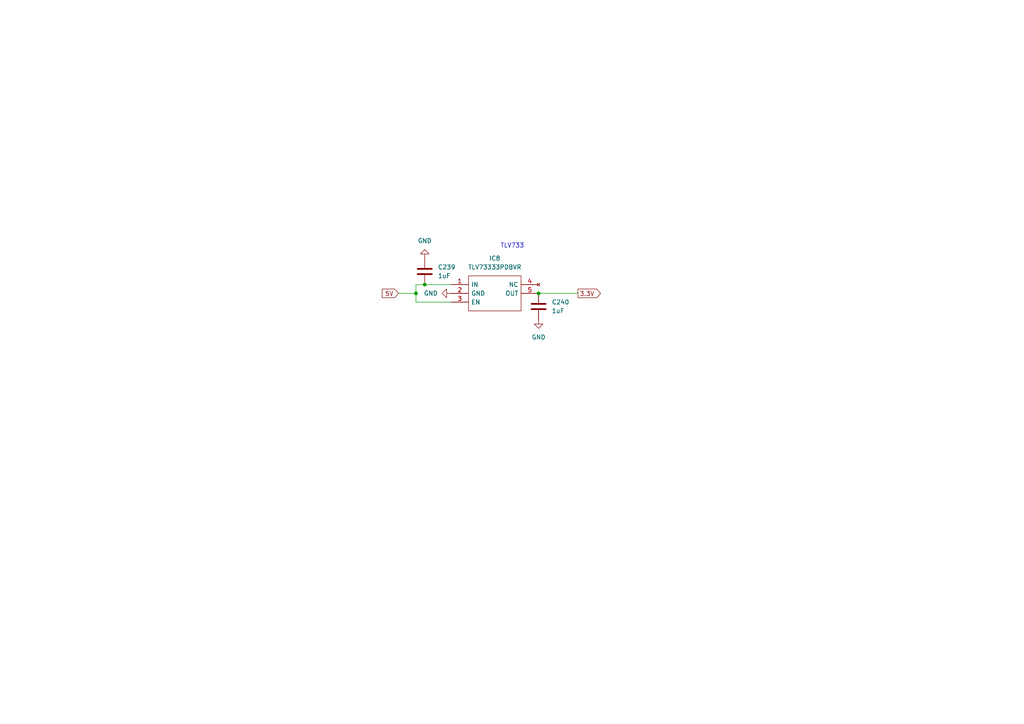
<source format=kicad_sch>
(kicad_sch (version 20231120) (generator "eeschema") (generator_version "8.0")
  (paper "A4")
  (title_block (title "3.3V Power Supply") (date "2024-09-01") (rev "1") (company "Michael Meyers"))
  (lib_symbols
    (symbol "Device:C" (pin_numbers hide) (pin_names (offset 0.254))
      (property "Reference" "C" (at 0.635 2.54 0))
      (property "Value" "C" (at 0.635 -2.54 0))
      (symbol "C_0_1"
        (polyline (pts (xy -2.032 -0.762) (xy 2.032 -0.762)) (stroke (width 0.508)))
        (polyline (pts (xy -2.032 0.762) (xy 2.032 0.762)) (stroke (width 0.508)))
      )
      (symbol "C_1_1"
        (pin passive line (at 0 3.81 270) (length 2.794) (name "~") (number "1"))
        (pin passive line (at 0 -3.81 90) (length 2.794) (name "~") (number "2"))
      )
    )
    (symbol "SamacSys_Parts:TLV73333PDBVR" (pin_names (offset 0.762))
      (property "Reference" "IC" (at 21.59 7.62 0))
      (property "Value" "TLV73333PDBVR" (at 21.59 5.08 0))
      (symbol "TLV73333PDBVR_0_0"
        (pin passive line (at 0 0 0) (length 5.08) (name "IN") (number "1"))
        (pin passive line (at 0 -2.54 0) (length 5.08) (name "GND") (number "2"))
        (pin passive line (at 0 -5.08 0) (length 5.08) (name "EN") (number "3"))
        (pin no_connect line (at 25.4 0 180) (length 5.08) (name "NC") (number "4"))
        (pin passive line (at 25.4 -2.54 180) (length 5.08) (name "OUT") (number "5"))
      )
      (symbol "TLV73333PDBVR_0_1"
        (polyline (pts (xy 5.08 2.54) (xy 20.32 2.54) (xy 20.32 -7.62) (xy 5.08 -7.62) (xy 5.08 2.54)) (stroke (width 0.1524)))
      )
    )
    (symbol "power:GND" (power) (pin_numbers hide) (pin_names (offset 0) hide)
      (property "Value" "GND" (at 0 -3.81 0))
      (symbol "GND_0_1"
        (polyline (pts (xy 0 0) (xy 0 -1.27) (xy 1.27 -1.27) (xy 0 -2.54) (xy -1.27 -1.27) (xy 0 -1.27)))
      )
      (symbol "GND_1_1"
        (pin power_in line (at 0 0 270) (length 0) (name "~") (number "1"))
      )
    )
  )
  (junction (at 120.65 85.09))
  (junction (at 156.21 85.09))
  (junction (at 123.19 82.55))
  (wire (pts (xy 120.65 85.09) (xy 120.65 82.55)))
  (wire (pts (xy 130.81 87.63) (xy 120.65 87.63)))
  (wire (pts (xy 123.19 82.55) (xy 130.81 82.55)))
  (wire (pts (xy 120.65 87.63) (xy 120.65 85.09)))
  (wire (pts (xy 120.65 82.55) (xy 123.19 82.55)))
  (wire (pts (xy 156.21 85.09) (xy 167.64 85.09)))
  (wire (pts (xy 115.57 85.09) (xy 120.65 85.09)))
  (text "TLV733" (at 148.59 71.374 0) (effects (font (size 1.27 1.27))))
  (global_label "5V" (shape input) (at 115.57 85.09 180) (property "Intersheetrefs" "${INTERSHEET_REFS}" (effects (hide yes))))
  (global_label "3.3V" (shape output) (at 167.64 85.09 0) (property "Intersheetrefs" "${INTERSHEET_REFS}" (effects (hide yes))))
  (symbol (lib_id "Device:C") (at 123.19 78.74 0) (unit 1) (on_board no)
    (property "Reference" "C239" (at 127 77.4699 0) (effects (justify left)))
    (property "Value" "1uF" (at 127 80.0099 0) (effects (justify left)))
    (property "Footprint" "Capacitor_SMD:C_0402_1005Metric" (effects (hide yes)))
    (property "Description" "Unpolarized capacitor" (effects (hide yes)))
  )
  (symbol (lib_id "power:GND") (at 130.81 85.09 270) (unit 1) (on_board no)
    (property "Reference" "#PWR0237" (effects (hide yes)))
    (property "Value" "GND" (at 127 85.0899 90) (effects (justify right)))
    (property "Description" "Power symbol creates a global label with name \"GND\" , ground" (effects (hide yes)))
  )
  (symbol (lib_id "Device:C") (at 156.21 88.9 0) (unit 1) (on_board no)
    (property "Reference" "C240" (at 160.02 87.6299 0) (effects (justify left)))
    (property "Value" "1uF" (at 160.02 90.1699 0) (effects (justify left)))
    (property "Footprint" "Capacitor_SMD:C_0402_1005Metric" (effects (hide yes)))
    (property "Description" "Unpolarized capacitor" (effects (hide yes)))
  )
  (symbol (lib_id "power:GND") (at 123.19 74.93 180) (unit 1) (on_board no)
    (property "Reference" "#PWR0236" (effects (hide yes)))
    (property "Value" "GND" (at 123.19 69.85 0))
    (property "Description" "Power symbol creates a global label with name \"GND\" , ground" (effects (hide yes)))
  )
  (symbol (lib_id "SamacSys_Parts:TLV73333PDBVR") (at 130.81 82.55 0) (unit 1) (on_board no)
    (property "Reference" "IC8" (at 143.51 74.93 0))
    (property "Value" "TLV73333PDBVR" (at 143.51 77.47 0))
    (property "Footprint" "SOT95P280X145-5N" (effects (hide yes)))
    (property "Datasheet" "http://www.ti.com/lit/gpn/tlv733p" (effects (hide yes)))
    (property "Description" "Capacitor-free 300-mA low-dropout (LDO) regulator with foldback current limit for portable devices" (effects (hide yes)))
    (property "Description_1" "Capacitor-free 300-mA low-dropout (LDO) regulator with foldback current limit for portable devices" (effects (hide yes)))
    (property "Height" "1.45" (effects (hide yes)))
    (property "Manufacturer_Name" "Texas Instruments" (effects (hide yes)))
    (property "Manufacturer_Part_Number" "TLV73333PDBVR" (effects (hide yes)))
    (property "Mouser Part Number" "595-TLV73333PDBVR" (effects (hide yes)))
    (property "Mouser Price/Stock" "https://www.mouser.co.uk/ProductDetail/Texas-Instruments/TLV73333PDBVR?qs=ifm8N2KdrcbBdt%252B3Md%252BMzA%3D%3D" (effects (hide yes)))
    (property "Arrow Part Number" "TLV73333PDBVR" (effects (hide yes)))
    (property "Arrow Price/Stock" "https://www.arrow.com/en/products/tlv73333pdbvr/texas-instruments?region=nac" (effects (hide yes)))
  )
  (symbol (lib_id "power:GND") (at 156.21 92.71 0) (unit 1) (on_board no)
    (property "Reference" "#PWR0238" (effects (hide yes)))
    (property "Value" "GND" (at 156.21 97.79 0))
    (property "Description" "Power symbol creates a global label with name \"GND\" , ground" (effects (hide yes)))
  )
)
</source>
